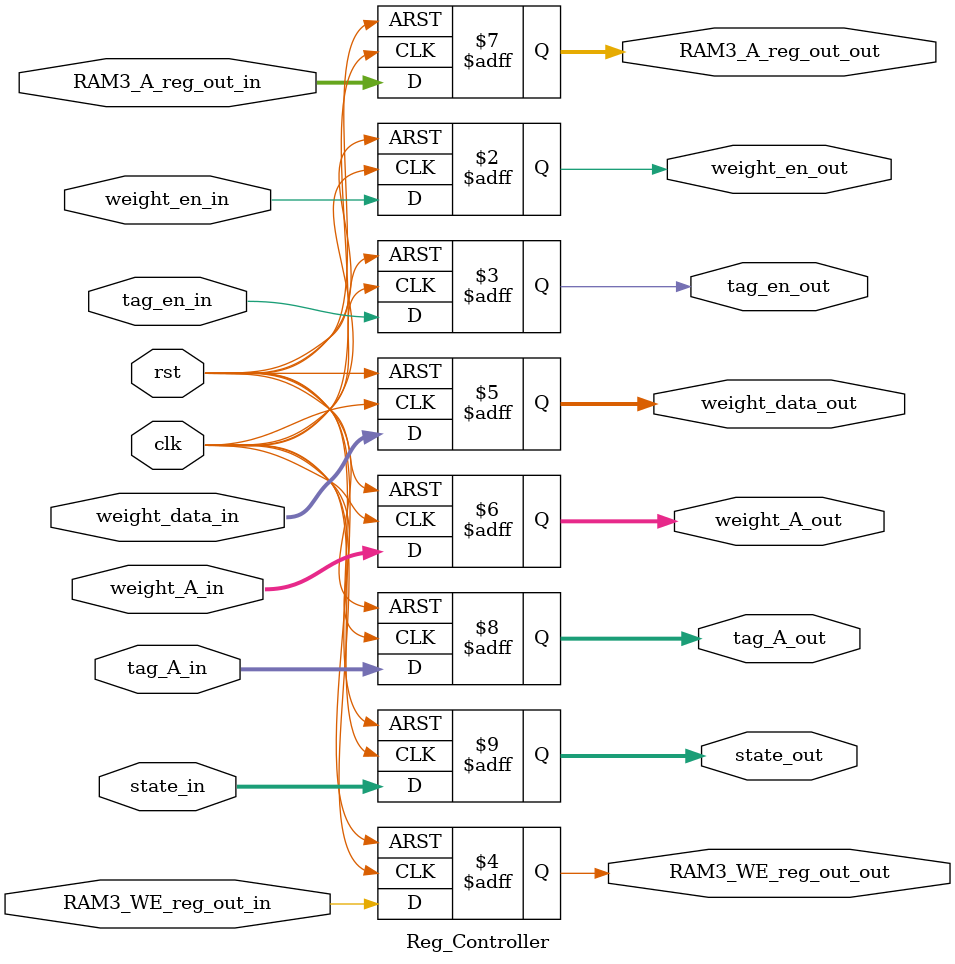
<source format=v>
module Reg_Controller (
    clk,
    rst,         
    weight_en_in,
    weight_data_in,
    weight_A_in,
    tag_en_in,
    tag_A_in,
    RAM3_WE_reg_out_in,
    RAM3_A_reg_out_in,
    state_in,
    weight_en_out,
    weight_data_out,
    weight_A_out,
    tag_en_out,
    tag_A_out,
    RAM3_WE_reg_out_out,
    RAM3_A_reg_out_out,
    state_out
);
    
    input clk,rst;
    input weight_en_in,tag_en_in,RAM3_WE_reg_out_in;
    input [23:0] weight_data_in;
    input [5:0] weight_A_in;
    input [19:0] RAM3_A_reg_out_in;
    input [5:0] tag_A_in;
    input [1:0] state_in;
    output reg weight_en_out,tag_en_out,RAM3_WE_reg_out_out;
    output reg [23:0] weight_data_out;
    output reg [5:0] weight_A_out;
    output reg [19:0] RAM3_A_reg_out_out;
    output reg [5:0] tag_A_out;
    output reg[1:0] state_out;




    always @(posedge clk or posedge rst) 
    begin
        if (rst) 
        begin
            weight_en_out <=  1'b0;
            weight_data_out <= 24'h000000;
            weight_A_out <= 6'b000000;
            tag_en_out <= 1'b0;
            tag_A_out <= 6'b000000;
            RAM3_WE_reg_out_out <= 1'b0;
            RAM3_A_reg_out_out <= 20'h00000;
            state_out <=2'b00;
        end
        else
        begin
            weight_en_out <= weight_en_in;
            weight_data_out <= weight_data_in;
            weight_A_out <= weight_A_in;
            tag_en_out <=tag_en_in;
            tag_A_out <= tag_A_in;
            RAM3_WE_reg_out_out <= RAM3_WE_reg_out_in;
            RAM3_A_reg_out_out <= RAM3_A_reg_out_in;
            state_out <= state_in;
        end    
    end

endmodule

</source>
